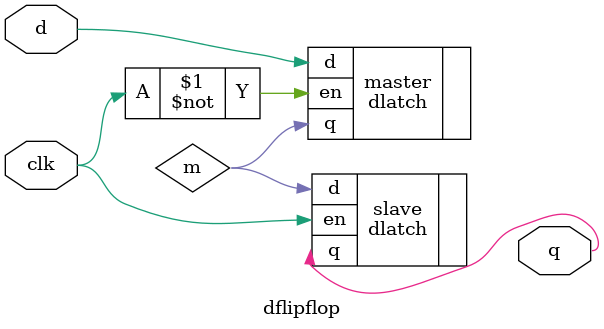
<source format=v>
module dflipflop (output q,input d,clk);
	wire m;
	dlatch master (.q(m),.en(~clk),.d(d));
	dlatch slave (.q(q),.en(clk),.d(m));
endmodule 
</source>
